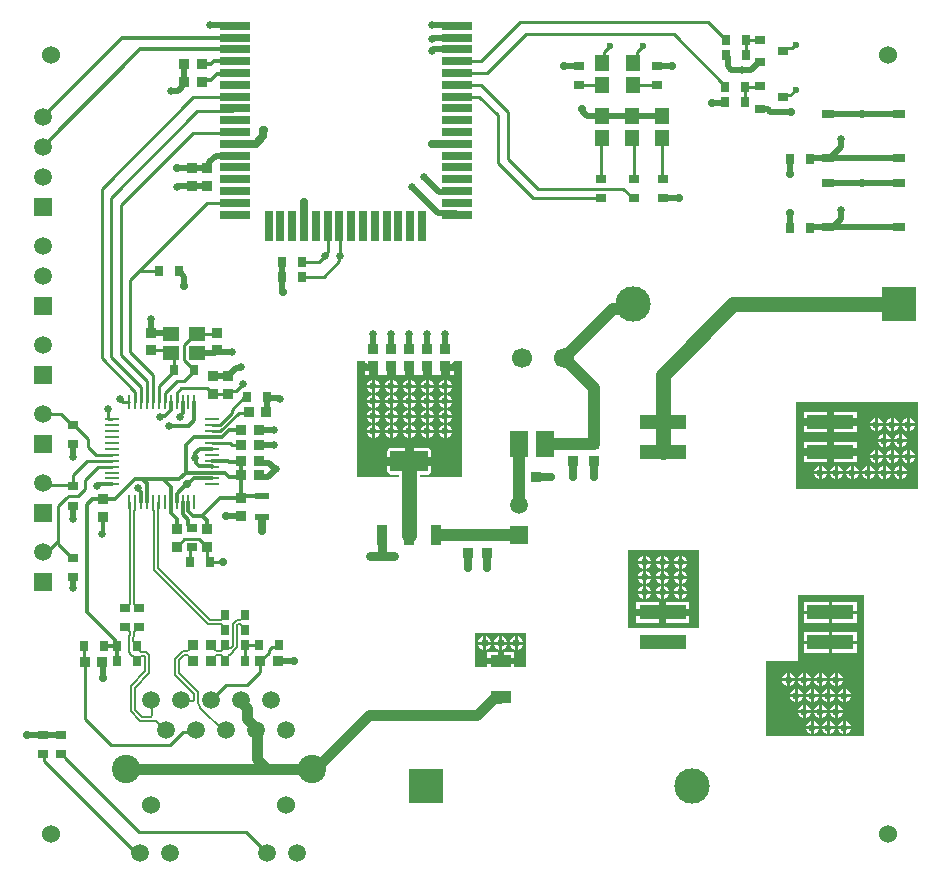
<source format=gtl>
G04*
G04 #@! TF.GenerationSoftware,Altium Limited,Altium Designer,22.7.1 (60)*
G04*
G04 Layer_Physical_Order=1*
G04 Layer_Color=255*
%FSLAX25Y25*%
%MOIN*%
G70*
G04*
G04 #@! TF.SameCoordinates,E9EB7054-F832-478C-845A-F08F9BC20AEA*
G04*
G04*
G04 #@! TF.FilePolarity,Positive*
G04*
G01*
G75*
%ADD15C,0.01000*%
%ADD16R,0.03347X0.02756*%
%ADD17R,0.03740X0.03740*%
%ADD18R,0.02756X0.03347*%
%ADD19R,0.03740X0.03740*%
%ADD20R,0.02953X0.10000*%
%ADD21R,0.10000X0.02953*%
%ADD22R,0.04528X0.05315*%
%ADD23R,0.01000X0.04500*%
%ADD24R,0.04500X0.01000*%
%ADD25R,0.05512X0.04528*%
%ADD26R,0.06122X0.09080*%
G04:AMPARAMS|DCode=27|XSize=125.98mil|YSize=68.9mil|CornerRadius=2.07mil|HoleSize=0mil|Usage=FLASHONLY|Rotation=180.000|XOffset=0mil|YOffset=0mil|HoleType=Round|Shape=RoundedRectangle|*
%AMROUNDEDRECTD27*
21,1,0.12598,0.06476,0,0,180.0*
21,1,0.12185,0.06890,0,0,180.0*
1,1,0.00413,-0.06093,0.03238*
1,1,0.00413,0.06093,0.03238*
1,1,0.00413,0.06093,-0.03238*
1,1,0.00413,-0.06093,-0.03238*
%
%ADD27ROUNDEDRECTD27*%
G04:AMPARAMS|DCode=28|XSize=35.43mil|YSize=68.9mil|CornerRadius=1.95mil|HoleSize=0mil|Usage=FLASHONLY|Rotation=180.000|XOffset=0mil|YOffset=0mil|HoleType=Round|Shape=RoundedRectangle|*
%AMROUNDEDRECTD28*
21,1,0.03543,0.06500,0,0,180.0*
21,1,0.03154,0.06890,0,0,180.0*
1,1,0.00390,-0.01577,0.03250*
1,1,0.00390,0.01577,0.03250*
1,1,0.00390,0.01577,-0.03250*
1,1,0.00390,-0.01577,-0.03250*
%
%ADD28ROUNDEDRECTD28*%
%ADD29R,0.15748X0.04921*%
%ADD30R,0.04921X0.02362*%
%ADD31R,0.03937X0.02953*%
%ADD32R,0.03543X0.03150*%
%ADD33R,0.06890X0.04331*%
%ADD50C,0.11811*%
%ADD51R,0.11811X0.11811*%
%ADD61C,0.00707*%
%ADD62C,0.03750*%
%ADD63C,0.01200*%
%ADD64C,0.02000*%
%ADD65C,0.02500*%
%ADD66C,0.03000*%
%ADD67C,0.05000*%
%ADD68C,0.04000*%
%ADD69C,0.06693*%
%ADD70R,0.05906X0.05906*%
%ADD71C,0.05906*%
%ADD72C,0.06000*%
%ADD73C,0.05906*%
%ADD74C,0.09449*%
%ADD75C,0.02559*%
%ADD76C,0.02756*%
%ADD77C,0.02362*%
G36*
X228572Y232500D02*
X214602D01*
Y233194D01*
X217164D01*
X217635Y233288D01*
X218035Y233555D01*
X218301Y233954D01*
X218395Y234424D01*
Y236163D01*
X211072D01*
X203749D01*
Y234424D01*
X203843Y233954D01*
X204110Y233555D01*
X204509Y233288D01*
X204979Y233194D01*
X207542D01*
Y232500D01*
X193572D01*
Y271194D01*
X196202D01*
Y270726D01*
X196410D01*
X196579Y270473D01*
X196910Y270252D01*
X197300Y270174D01*
X199072D01*
Y269226D01*
X200572D01*
Y266356D01*
X201942D01*
Y266356D01*
X202202D01*
Y266356D01*
X203572D01*
Y269226D01*
X206572D01*
Y266356D01*
X207942D01*
Y266356D01*
X208202D01*
Y266356D01*
X209572D01*
Y269226D01*
X212572D01*
Y266356D01*
X213942D01*
Y266356D01*
X214202D01*
Y266356D01*
X215572D01*
Y269226D01*
X218572D01*
Y266356D01*
X219942D01*
Y266356D01*
X220202D01*
Y266356D01*
X221572D01*
Y269226D01*
X223072D01*
Y270174D01*
X224844D01*
X225234Y270252D01*
X225565Y270473D01*
X225733Y270726D01*
X225942D01*
Y271194D01*
X228572D01*
Y232500D01*
D02*
G37*
G36*
X250000Y169000D02*
X245945D01*
Y170004D01*
X237055D01*
Y169000D01*
X233000D01*
Y180500D01*
X250000D01*
Y169000D01*
D02*
G37*
G36*
X307500Y182000D02*
X284000D01*
Y208000D01*
X307500D01*
Y182000D01*
D02*
G37*
G36*
X362500Y170000D02*
Y146000D01*
X330000D01*
Y171000D01*
X340500D01*
Y193000D01*
X362500D01*
Y170000D01*
D02*
G37*
G36*
X380500Y228500D02*
X340000D01*
Y257500D01*
X380500D01*
Y228500D01*
D02*
G37*
%LPC*%
G36*
X225942Y267726D02*
X224572D01*
Y266356D01*
X225942D01*
Y267726D01*
D02*
G37*
G36*
X197572D02*
X196202D01*
Y266356D01*
X197572D01*
Y267726D01*
D02*
G37*
G36*
X223572Y264816D02*
Y263163D01*
X225226D01*
X224921Y263898D01*
X224307Y264512D01*
X223572Y264816D01*
D02*
G37*
G36*
X222572D02*
X221836Y264512D01*
X221223Y263898D01*
X220918Y263163D01*
X222572D01*
Y264816D01*
D02*
G37*
G36*
X217572D02*
Y263163D01*
X219226D01*
X218921Y263898D01*
X218307Y264512D01*
X217572Y264816D01*
D02*
G37*
G36*
X216572D02*
X215837Y264512D01*
X215223Y263898D01*
X214918Y263163D01*
X216572D01*
Y264816D01*
D02*
G37*
G36*
X211572D02*
Y263163D01*
X213226D01*
X212921Y263898D01*
X212308Y264512D01*
X211572Y264816D01*
D02*
G37*
G36*
X210572D02*
X209837Y264512D01*
X209223Y263898D01*
X208918Y263163D01*
X210572D01*
Y264816D01*
D02*
G37*
G36*
X205572D02*
Y263163D01*
X207226D01*
X206921Y263898D01*
X206308Y264512D01*
X205572Y264816D01*
D02*
G37*
G36*
X204572D02*
X203836Y264512D01*
X203223Y263898D01*
X202918Y263163D01*
X204572D01*
Y264816D01*
D02*
G37*
G36*
X199572D02*
Y263163D01*
X201226D01*
X200921Y263898D01*
X200307Y264512D01*
X199572Y264816D01*
D02*
G37*
G36*
X198572D02*
X197836Y264512D01*
X197223Y263898D01*
X196918Y263163D01*
X198572D01*
Y264816D01*
D02*
G37*
G36*
X225226Y262163D02*
X223572D01*
Y260509D01*
X224307Y260814D01*
X224921Y261427D01*
X225226Y262163D01*
D02*
G37*
G36*
X222572D02*
X220918D01*
X221223Y261427D01*
X221836Y260814D01*
X222572Y260509D01*
Y262163D01*
D02*
G37*
G36*
X219226D02*
X217572D01*
Y260509D01*
X218307Y260814D01*
X218921Y261427D01*
X219226Y262163D01*
D02*
G37*
G36*
X216572D02*
X214918D01*
X215223Y261427D01*
X215837Y260814D01*
X216572Y260509D01*
Y262163D01*
D02*
G37*
G36*
X213226D02*
X211572D01*
Y260509D01*
X212308Y260814D01*
X212921Y261427D01*
X213226Y262163D01*
D02*
G37*
G36*
X210572D02*
X208918D01*
X209223Y261427D01*
X209837Y260814D01*
X210572Y260509D01*
Y262163D01*
D02*
G37*
G36*
X207226D02*
X205572D01*
Y260509D01*
X206308Y260814D01*
X206921Y261427D01*
X207226Y262163D01*
D02*
G37*
G36*
X204572D02*
X202918D01*
X203223Y261427D01*
X203836Y260814D01*
X204572Y260509D01*
Y262163D01*
D02*
G37*
G36*
X201226D02*
X199572D01*
Y260509D01*
X200307Y260814D01*
X200921Y261427D01*
X201226Y262163D01*
D02*
G37*
G36*
X198572D02*
X196918D01*
X197223Y261427D01*
X197836Y260814D01*
X198572Y260509D01*
Y262163D01*
D02*
G37*
G36*
X223572Y259816D02*
Y258163D01*
X225226D01*
X224921Y258898D01*
X224307Y259512D01*
X223572Y259816D01*
D02*
G37*
G36*
X222572D02*
X221836Y259512D01*
X221223Y258898D01*
X220918Y258163D01*
X222572D01*
Y259816D01*
D02*
G37*
G36*
X217572D02*
Y258163D01*
X219226D01*
X218921Y258898D01*
X218307Y259512D01*
X217572Y259816D01*
D02*
G37*
G36*
X216572D02*
X215837Y259512D01*
X215223Y258898D01*
X214918Y258163D01*
X216572D01*
Y259816D01*
D02*
G37*
G36*
X211572D02*
Y258163D01*
X213226D01*
X212921Y258898D01*
X212308Y259512D01*
X211572Y259816D01*
D02*
G37*
G36*
X210572D02*
X209837Y259512D01*
X209223Y258898D01*
X208918Y258163D01*
X210572D01*
Y259816D01*
D02*
G37*
G36*
X205572D02*
Y258163D01*
X207226D01*
X206921Y258898D01*
X206308Y259512D01*
X205572Y259816D01*
D02*
G37*
G36*
X204572D02*
X203836Y259512D01*
X203223Y258898D01*
X202918Y258163D01*
X204572D01*
Y259816D01*
D02*
G37*
G36*
X199572D02*
Y258163D01*
X201226D01*
X200921Y258898D01*
X200307Y259512D01*
X199572Y259816D01*
D02*
G37*
G36*
X198572D02*
X197836Y259512D01*
X197223Y258898D01*
X196918Y258163D01*
X198572D01*
Y259816D01*
D02*
G37*
G36*
X225226Y257163D02*
X223572D01*
Y255509D01*
X224307Y255814D01*
X224921Y256427D01*
X225226Y257163D01*
D02*
G37*
G36*
X222572D02*
X220918D01*
X221223Y256427D01*
X221836Y255814D01*
X222572Y255509D01*
Y257163D01*
D02*
G37*
G36*
X219226D02*
X217572D01*
Y255509D01*
X218307Y255814D01*
X218921Y256427D01*
X219226Y257163D01*
D02*
G37*
G36*
X216572D02*
X214918D01*
X215223Y256427D01*
X215837Y255814D01*
X216572Y255509D01*
Y257163D01*
D02*
G37*
G36*
X213226D02*
X211572D01*
Y255509D01*
X212308Y255814D01*
X212921Y256427D01*
X213226Y257163D01*
D02*
G37*
G36*
X210572D02*
X208918D01*
X209223Y256427D01*
X209837Y255814D01*
X210572Y255509D01*
Y257163D01*
D02*
G37*
G36*
X207226D02*
X205572D01*
Y255509D01*
X206308Y255814D01*
X206921Y256427D01*
X207226Y257163D01*
D02*
G37*
G36*
X204572D02*
X202918D01*
X203223Y256427D01*
X203836Y255814D01*
X204572Y255509D01*
Y257163D01*
D02*
G37*
G36*
X201226D02*
X199572D01*
Y255509D01*
X200307Y255814D01*
X200921Y256427D01*
X201226Y257163D01*
D02*
G37*
G36*
X198572D02*
X196918D01*
X197223Y256427D01*
X197836Y255814D01*
X198572Y255509D01*
Y257163D01*
D02*
G37*
G36*
X223572Y254816D02*
Y253163D01*
X225226D01*
X224921Y253898D01*
X224307Y254512D01*
X223572Y254816D01*
D02*
G37*
G36*
X222572D02*
X221836Y254512D01*
X221223Y253898D01*
X220918Y253163D01*
X222572D01*
Y254816D01*
D02*
G37*
G36*
X217572D02*
Y253163D01*
X219226D01*
X218921Y253898D01*
X218307Y254512D01*
X217572Y254816D01*
D02*
G37*
G36*
X216572D02*
X215837Y254512D01*
X215223Y253898D01*
X214918Y253163D01*
X216572D01*
Y254816D01*
D02*
G37*
G36*
X211572D02*
Y253163D01*
X213226D01*
X212921Y253898D01*
X212308Y254512D01*
X211572Y254816D01*
D02*
G37*
G36*
X210572D02*
X209837Y254512D01*
X209223Y253898D01*
X208918Y253163D01*
X210572D01*
Y254816D01*
D02*
G37*
G36*
X205572D02*
Y253163D01*
X207226D01*
X206921Y253898D01*
X206308Y254512D01*
X205572Y254816D01*
D02*
G37*
G36*
X204572D02*
X203836Y254512D01*
X203223Y253898D01*
X202918Y253163D01*
X204572D01*
Y254816D01*
D02*
G37*
G36*
X199572D02*
Y253163D01*
X201226D01*
X200921Y253898D01*
X200307Y254512D01*
X199572Y254816D01*
D02*
G37*
G36*
X198572D02*
X197836Y254512D01*
X197223Y253898D01*
X196918Y253163D01*
X198572D01*
Y254816D01*
D02*
G37*
G36*
X225226Y252163D02*
X223572D01*
Y250509D01*
X224307Y250814D01*
X224921Y251427D01*
X225226Y252163D01*
D02*
G37*
G36*
X222572D02*
X220918D01*
X221223Y251427D01*
X221836Y250814D01*
X222572Y250509D01*
Y252163D01*
D02*
G37*
G36*
X219226D02*
X217572D01*
Y250509D01*
X218307Y250814D01*
X218921Y251427D01*
X219226Y252163D01*
D02*
G37*
G36*
X216572D02*
X214918D01*
X215223Y251427D01*
X215837Y250814D01*
X216572Y250509D01*
Y252163D01*
D02*
G37*
G36*
X213226D02*
X211572D01*
Y250509D01*
X212308Y250814D01*
X212921Y251427D01*
X213226Y252163D01*
D02*
G37*
G36*
X210572D02*
X208918D01*
X209223Y251427D01*
X209837Y250814D01*
X210572Y250509D01*
Y252163D01*
D02*
G37*
G36*
X207226D02*
X205572D01*
Y250509D01*
X206308Y250814D01*
X206921Y251427D01*
X207226Y252163D01*
D02*
G37*
G36*
X204572D02*
X202918D01*
X203223Y251427D01*
X203836Y250814D01*
X204572Y250509D01*
Y252163D01*
D02*
G37*
G36*
X201226D02*
X199572D01*
Y250509D01*
X200307Y250814D01*
X200921Y251427D01*
X201226Y252163D01*
D02*
G37*
G36*
X198572D02*
X196918D01*
X197223Y251427D01*
X197836Y250814D01*
X198572Y250509D01*
Y252163D01*
D02*
G37*
G36*
X223572Y249816D02*
Y248163D01*
X225226D01*
X224921Y248898D01*
X224307Y249512D01*
X223572Y249816D01*
D02*
G37*
G36*
X222572D02*
X221836Y249512D01*
X221223Y248898D01*
X220918Y248163D01*
X222572D01*
Y249816D01*
D02*
G37*
G36*
X217572D02*
Y248163D01*
X219226D01*
X218921Y248898D01*
X218307Y249512D01*
X217572Y249816D01*
D02*
G37*
G36*
X216572D02*
X215837Y249512D01*
X215223Y248898D01*
X214918Y248163D01*
X216572D01*
Y249816D01*
D02*
G37*
G36*
X211572D02*
Y248163D01*
X213226D01*
X212921Y248898D01*
X212308Y249512D01*
X211572Y249816D01*
D02*
G37*
G36*
X210572D02*
X209837Y249512D01*
X209223Y248898D01*
X208918Y248163D01*
X210572D01*
Y249816D01*
D02*
G37*
G36*
X205572D02*
Y248163D01*
X207226D01*
X206921Y248898D01*
X206308Y249512D01*
X205572Y249816D01*
D02*
G37*
G36*
X204572D02*
X203836Y249512D01*
X203223Y248898D01*
X202918Y248163D01*
X204572D01*
Y249816D01*
D02*
G37*
G36*
X199572D02*
Y248163D01*
X201226D01*
X200921Y248898D01*
X200307Y249512D01*
X199572Y249816D01*
D02*
G37*
G36*
X198572D02*
X197836Y249512D01*
X197223Y248898D01*
X196918Y248163D01*
X198572D01*
Y249816D01*
D02*
G37*
G36*
X225226Y247163D02*
X223572D01*
Y245509D01*
X224307Y245814D01*
X224921Y246427D01*
X225226Y247163D01*
D02*
G37*
G36*
X222572D02*
X220918D01*
X221223Y246427D01*
X221836Y245814D01*
X222572Y245509D01*
Y247163D01*
D02*
G37*
G36*
X219226D02*
X217572D01*
Y245509D01*
X218307Y245814D01*
X218921Y246427D01*
X219226Y247163D01*
D02*
G37*
G36*
X216572D02*
X214918D01*
X215223Y246427D01*
X215837Y245814D01*
X216572Y245509D01*
Y247163D01*
D02*
G37*
G36*
X213226D02*
X211572D01*
Y245509D01*
X212308Y245814D01*
X212921Y246427D01*
X213226Y247163D01*
D02*
G37*
G36*
X210572D02*
X208918D01*
X209223Y246427D01*
X209837Y245814D01*
X210572Y245509D01*
Y247163D01*
D02*
G37*
G36*
X207226D02*
X205572D01*
Y245509D01*
X206308Y245814D01*
X206921Y246427D01*
X207226Y247163D01*
D02*
G37*
G36*
X204572D02*
X202918D01*
X203223Y246427D01*
X203836Y245814D01*
X204572Y245509D01*
Y247163D01*
D02*
G37*
G36*
X201226D02*
X199572D01*
Y245509D01*
X200307Y245814D01*
X200921Y246427D01*
X201226Y247163D01*
D02*
G37*
G36*
X198572D02*
X196918D01*
X197223Y246427D01*
X197836Y245814D01*
X198572Y245509D01*
Y247163D01*
D02*
G37*
G36*
X217164Y242131D02*
X212572D01*
Y239163D01*
X218395D01*
Y240901D01*
X218301Y241372D01*
X218035Y241771D01*
X217635Y242038D01*
X217164Y242131D01*
D02*
G37*
G36*
X209572D02*
X204979D01*
X204509Y242038D01*
X204110Y241771D01*
X203843Y241372D01*
X203749Y240901D01*
Y239163D01*
X209572D01*
Y242131D01*
D02*
G37*
G36*
X247300Y179260D02*
Y177500D01*
X249060D01*
X248732Y178291D01*
X248091Y178932D01*
X247300Y179260D01*
D02*
G37*
G36*
X246300D02*
X245509Y178932D01*
X244867Y178291D01*
X244540Y177500D01*
X246300D01*
Y179260D01*
D02*
G37*
G36*
X242000D02*
Y177500D01*
X243760D01*
X243432Y178291D01*
X242791Y178932D01*
X242000Y179260D01*
D02*
G37*
G36*
X241000D02*
X240209Y178932D01*
X239567Y178291D01*
X239240Y177500D01*
X241000D01*
Y179260D01*
D02*
G37*
G36*
X236700D02*
Y177500D01*
X238460D01*
X238133Y178291D01*
X237491Y178932D01*
X236700Y179260D01*
D02*
G37*
G36*
X235700D02*
X234909Y178932D01*
X234267Y178291D01*
X233940Y177500D01*
X235700D01*
Y179260D01*
D02*
G37*
G36*
X249060Y176500D02*
X247300D01*
Y174740D01*
X248091Y175067D01*
X248732Y175709D01*
X249060Y176500D01*
D02*
G37*
G36*
X246300D02*
X244540D01*
X244867Y175709D01*
X245509Y175067D01*
X246300Y174740D01*
Y176500D01*
D02*
G37*
G36*
X243760D02*
X242000D01*
Y174740D01*
X242791Y175067D01*
X243432Y175709D01*
X243760Y176500D01*
D02*
G37*
G36*
X241000D02*
X239240D01*
X239567Y175709D01*
X240209Y175067D01*
X241000Y174740D01*
Y176500D01*
D02*
G37*
G36*
X238460D02*
X236700D01*
Y174740D01*
X237491Y175067D01*
X238133Y175709D01*
X238460Y176500D01*
D02*
G37*
G36*
X235700D02*
X233940D01*
X234267Y175709D01*
X234909Y175067D01*
X235700Y174740D01*
Y176500D01*
D02*
G37*
G36*
X245945Y174169D02*
X242500D01*
Y172004D01*
X245945D01*
Y174169D01*
D02*
G37*
G36*
X240500D02*
X237055D01*
Y172004D01*
X240500D01*
Y174169D01*
D02*
G37*
G36*
X302000Y206154D02*
Y204500D01*
X303654D01*
X303349Y205236D01*
X302735Y205849D01*
X302000Y206154D01*
D02*
G37*
G36*
X301000D02*
X300265Y205849D01*
X299651Y205236D01*
X299346Y204500D01*
X301000D01*
Y206154D01*
D02*
G37*
G36*
X296000D02*
Y204500D01*
X297654D01*
X297349Y205236D01*
X296736Y205849D01*
X296000Y206154D01*
D02*
G37*
G36*
X295000D02*
X294265Y205849D01*
X293651Y205236D01*
X293346Y204500D01*
X295000D01*
Y206154D01*
D02*
G37*
G36*
X290000D02*
Y204500D01*
X291654D01*
X291349Y205236D01*
X290736Y205849D01*
X290000Y206154D01*
D02*
G37*
G36*
X289000D02*
X288264Y205849D01*
X287651Y205236D01*
X287346Y204500D01*
X289000D01*
Y206154D01*
D02*
G37*
G36*
X303654Y203500D02*
X302000D01*
Y201846D01*
X302735Y202151D01*
X303349Y202765D01*
X303654Y203500D01*
D02*
G37*
G36*
X301000D02*
X299346D01*
X299651Y202765D01*
X300265Y202151D01*
X301000Y201846D01*
Y203500D01*
D02*
G37*
G36*
X297654D02*
X296000D01*
Y201846D01*
X296736Y202151D01*
X297349Y202765D01*
X297654Y203500D01*
D02*
G37*
G36*
X295000D02*
X293346D01*
X293651Y202765D01*
X294265Y202151D01*
X295000Y201846D01*
Y203500D01*
D02*
G37*
G36*
X291654D02*
X290000D01*
Y201846D01*
X290736Y202151D01*
X291349Y202765D01*
X291654Y203500D01*
D02*
G37*
G36*
X289000D02*
X287346D01*
X287651Y202765D01*
X288264Y202151D01*
X289000Y201846D01*
Y203500D01*
D02*
G37*
G36*
X302000Y201154D02*
Y199500D01*
X303654D01*
X303349Y200236D01*
X302735Y200849D01*
X302000Y201154D01*
D02*
G37*
G36*
X301000D02*
X300265Y200849D01*
X299651Y200236D01*
X299346Y199500D01*
X301000D01*
Y201154D01*
D02*
G37*
G36*
X296000D02*
Y199500D01*
X297654D01*
X297349Y200236D01*
X296736Y200849D01*
X296000Y201154D01*
D02*
G37*
G36*
X295000D02*
X294265Y200849D01*
X293651Y200236D01*
X293346Y199500D01*
X295000D01*
Y201154D01*
D02*
G37*
G36*
X290000D02*
Y199500D01*
X291654D01*
X291349Y200236D01*
X290736Y200849D01*
X290000Y201154D01*
D02*
G37*
G36*
X289000D02*
X288264Y200849D01*
X287651Y200236D01*
X287346Y199500D01*
X289000D01*
Y201154D01*
D02*
G37*
G36*
X303654Y198500D02*
X302000D01*
Y196846D01*
X302735Y197151D01*
X303349Y197765D01*
X303654Y198500D01*
D02*
G37*
G36*
X301000D02*
X299346D01*
X299651Y197765D01*
X300265Y197151D01*
X301000Y196846D01*
Y198500D01*
D02*
G37*
G36*
X297654D02*
X296000D01*
Y196846D01*
X296736Y197151D01*
X297349Y197765D01*
X297654Y198500D01*
D02*
G37*
G36*
X295000D02*
X293346D01*
X293651Y197765D01*
X294265Y197151D01*
X295000Y196846D01*
Y198500D01*
D02*
G37*
G36*
X291654D02*
X290000D01*
Y196846D01*
X290736Y197151D01*
X291349Y197765D01*
X291654Y198500D01*
D02*
G37*
G36*
X289000D02*
X287346D01*
X287651Y197765D01*
X288264Y197151D01*
X289000Y196846D01*
Y198500D01*
D02*
G37*
G36*
X302000Y196154D02*
Y194500D01*
X303654D01*
X303349Y195236D01*
X302735Y195849D01*
X302000Y196154D01*
D02*
G37*
G36*
X301000D02*
X300265Y195849D01*
X299651Y195236D01*
X299346Y194500D01*
X301000D01*
Y196154D01*
D02*
G37*
G36*
X296000D02*
Y194500D01*
X297654D01*
X297349Y195236D01*
X296736Y195849D01*
X296000Y196154D01*
D02*
G37*
G36*
X295000D02*
X294265Y195849D01*
X293651Y195236D01*
X293346Y194500D01*
X295000D01*
Y196154D01*
D02*
G37*
G36*
X290000D02*
Y194500D01*
X291654D01*
X291349Y195236D01*
X290736Y195849D01*
X290000Y196154D01*
D02*
G37*
G36*
X289000D02*
X288264Y195849D01*
X287651Y195236D01*
X287346Y194500D01*
X289000D01*
Y196154D01*
D02*
G37*
G36*
X303654Y193500D02*
X302000D01*
Y191846D01*
X302735Y192151D01*
X303349Y192764D01*
X303654Y193500D01*
D02*
G37*
G36*
X301000D02*
X299346D01*
X299651Y192764D01*
X300265Y192151D01*
X301000Y191846D01*
Y193500D01*
D02*
G37*
G36*
X297654D02*
X296000D01*
Y191846D01*
X296736Y192151D01*
X297349Y192764D01*
X297654Y193500D01*
D02*
G37*
G36*
X295000D02*
X293346D01*
X293651Y192764D01*
X294265Y192151D01*
X295000Y191846D01*
Y193500D01*
D02*
G37*
G36*
X291654D02*
X290000D01*
Y191846D01*
X290736Y192151D01*
X291349Y192764D01*
X291654Y193500D01*
D02*
G37*
G36*
X289000D02*
X287346D01*
X287651Y192764D01*
X288264Y192151D01*
X289000Y191846D01*
Y193500D01*
D02*
G37*
G36*
X304421Y190728D02*
X296797D01*
Y188518D01*
X304421D01*
Y190728D01*
D02*
G37*
G36*
X294297D02*
X286673D01*
Y188518D01*
X294297D01*
Y190728D01*
D02*
G37*
G36*
X304421Y186018D02*
X296797D01*
Y183808D01*
X304421D01*
Y186018D01*
D02*
G37*
G36*
X294297D02*
X286673D01*
Y183808D01*
X294297D01*
Y186018D01*
D02*
G37*
G36*
X360327Y190728D02*
X351953D01*
Y187768D01*
X360327D01*
Y190728D01*
D02*
G37*
G36*
X350953D02*
X342579D01*
Y187768D01*
X350953D01*
Y190728D01*
D02*
G37*
G36*
X360327Y186768D02*
X351953D01*
Y183808D01*
X360327D01*
Y186768D01*
D02*
G37*
G36*
X350953D02*
X342579D01*
Y183808D01*
X350953D01*
Y186768D01*
D02*
G37*
G36*
X360327Y180728D02*
X351953D01*
Y177768D01*
X360327D01*
Y180728D01*
D02*
G37*
G36*
X350953D02*
X342579D01*
Y177768D01*
X350953D01*
Y180728D01*
D02*
G37*
G36*
X360327Y176768D02*
X351953D01*
Y173808D01*
X360327D01*
Y176768D01*
D02*
G37*
G36*
X350953D02*
X342579D01*
Y173808D01*
X350953D01*
Y176768D01*
D02*
G37*
G36*
X353945Y166918D02*
Y165264D01*
X355598D01*
X355294Y165999D01*
X354680Y166613D01*
X353945Y166918D01*
D02*
G37*
G36*
X352945D02*
X352209Y166613D01*
X351596Y165999D01*
X351291Y165264D01*
X352945D01*
Y166918D01*
D02*
G37*
G36*
X348630D02*
Y165264D01*
X350284D01*
X349979Y165999D01*
X349365Y166613D01*
X348630Y166918D01*
D02*
G37*
G36*
X347630D02*
X346894Y166613D01*
X346281Y165999D01*
X345976Y165264D01*
X347630D01*
Y166918D01*
D02*
G37*
G36*
X343315D02*
Y165264D01*
X344969D01*
X344664Y165999D01*
X344050Y166613D01*
X343315Y166918D01*
D02*
G37*
G36*
X342315D02*
X341579Y166613D01*
X340966Y165999D01*
X340661Y165264D01*
X342315D01*
Y166918D01*
D02*
G37*
G36*
X338000D02*
Y165264D01*
X339654D01*
X339349Y165999D01*
X338735Y166613D01*
X338000Y166918D01*
D02*
G37*
G36*
X337000D02*
X336264Y166613D01*
X335651Y165999D01*
X335346Y165264D01*
X337000D01*
Y166918D01*
D02*
G37*
G36*
X355598Y164264D02*
X353945D01*
Y162610D01*
X354680Y162915D01*
X355294Y163528D01*
X355598Y164264D01*
D02*
G37*
G36*
X352945D02*
X351291D01*
X351596Y163528D01*
X352209Y162915D01*
X352945Y162610D01*
Y164264D01*
D02*
G37*
G36*
X350284D02*
X348630D01*
Y162610D01*
X349365Y162915D01*
X349979Y163528D01*
X350284Y164264D01*
D02*
G37*
G36*
X347630D02*
X345976D01*
X346281Y163528D01*
X346894Y162915D01*
X347630Y162610D01*
Y164264D01*
D02*
G37*
G36*
X344969D02*
X343315D01*
Y162610D01*
X344050Y162915D01*
X344664Y163528D01*
X344969Y164264D01*
D02*
G37*
G36*
X342315D02*
X340661D01*
X340966Y163528D01*
X341579Y162915D01*
X342315Y162610D01*
Y164264D01*
D02*
G37*
G36*
X339654D02*
X338000D01*
Y162610D01*
X338735Y162915D01*
X339349Y163528D01*
X339654Y164264D01*
D02*
G37*
G36*
X337000D02*
X335346D01*
X335651Y163528D01*
X336264Y162915D01*
X337000Y162610D01*
Y164264D01*
D02*
G37*
G36*
X356602Y161602D02*
Y159949D01*
X358256D01*
X357951Y160684D01*
X357338Y161298D01*
X356602Y161602D01*
D02*
G37*
G36*
X355602D02*
X354867Y161298D01*
X354253Y160684D01*
X353949Y159949D01*
X355602D01*
Y161602D01*
D02*
G37*
G36*
X351287D02*
Y159949D01*
X352941D01*
X352636Y160684D01*
X352023Y161298D01*
X351287Y161602D01*
D02*
G37*
G36*
X350287D02*
X349552Y161298D01*
X348938Y160684D01*
X348634Y159949D01*
X350287D01*
Y161602D01*
D02*
G37*
G36*
X345972D02*
Y159949D01*
X347626D01*
X347322Y160684D01*
X346708Y161298D01*
X345972Y161602D01*
D02*
G37*
G36*
X344972D02*
X344237Y161298D01*
X343623Y160684D01*
X343319Y159949D01*
X344972D01*
Y161602D01*
D02*
G37*
G36*
X340657D02*
Y159949D01*
X342311D01*
X342006Y160684D01*
X341393Y161298D01*
X340657Y161602D01*
D02*
G37*
G36*
X339657D02*
X338922Y161298D01*
X338308Y160684D01*
X338004Y159949D01*
X339657D01*
Y161602D01*
D02*
G37*
G36*
X358256Y158949D02*
X356602D01*
Y157295D01*
X357338Y157600D01*
X357951Y158213D01*
X358256Y158949D01*
D02*
G37*
G36*
X355602D02*
X353949D01*
X354253Y158213D01*
X354867Y157600D01*
X355602Y157295D01*
Y158949D01*
D02*
G37*
G36*
X352941D02*
X351287D01*
Y157295D01*
X352023Y157600D01*
X352636Y158213D01*
X352941Y158949D01*
D02*
G37*
G36*
X350287D02*
X348634D01*
X348938Y158213D01*
X349552Y157600D01*
X350287Y157295D01*
Y158949D01*
D02*
G37*
G36*
X347626D02*
X345972D01*
Y157295D01*
X346708Y157600D01*
X347322Y158213D01*
X347626Y158949D01*
D02*
G37*
G36*
X344972D02*
X343319D01*
X343623Y158213D01*
X344237Y157600D01*
X344972Y157295D01*
Y158949D01*
D02*
G37*
G36*
X342311D02*
X340657D01*
Y157295D01*
X341393Y157600D01*
X342006Y158213D01*
X342311Y158949D01*
D02*
G37*
G36*
X339657D02*
X338004D01*
X338308Y158213D01*
X338922Y157600D01*
X339657Y157295D01*
Y158949D01*
D02*
G37*
G36*
X353945Y156288D02*
Y154634D01*
X355598D01*
X355294Y155369D01*
X354680Y155983D01*
X353945Y156288D01*
D02*
G37*
G36*
X352945D02*
X352209Y155983D01*
X351596Y155369D01*
X351291Y154634D01*
X352945D01*
Y156288D01*
D02*
G37*
G36*
X348630D02*
Y154634D01*
X350284D01*
X349979Y155369D01*
X349365Y155983D01*
X348630Y156288D01*
D02*
G37*
G36*
X347630D02*
X346894Y155983D01*
X346281Y155369D01*
X345976Y154634D01*
X347630D01*
Y156288D01*
D02*
G37*
G36*
X343315D02*
Y154634D01*
X344969D01*
X344664Y155369D01*
X344050Y155983D01*
X343315Y156288D01*
D02*
G37*
G36*
X342315D02*
X341579Y155983D01*
X340966Y155369D01*
X340661Y154634D01*
X342315D01*
Y156288D01*
D02*
G37*
G36*
X355598Y153634D02*
X353945D01*
Y151980D01*
X354680Y152285D01*
X355294Y152898D01*
X355598Y153634D01*
D02*
G37*
G36*
X352945D02*
X351291D01*
X351596Y152898D01*
X352209Y152285D01*
X352945Y151980D01*
Y153634D01*
D02*
G37*
G36*
X350284D02*
X348630D01*
Y151980D01*
X349365Y152285D01*
X349979Y152898D01*
X350284Y153634D01*
D02*
G37*
G36*
X347630D02*
X345976D01*
X346281Y152898D01*
X346894Y152285D01*
X347630Y151980D01*
Y153634D01*
D02*
G37*
G36*
X344969D02*
X343315D01*
Y151980D01*
X344050Y152285D01*
X344664Y152898D01*
X344969Y153634D01*
D02*
G37*
G36*
X342315D02*
X340661D01*
X340966Y152898D01*
X341579Y152285D01*
X342315Y151980D01*
Y153634D01*
D02*
G37*
G36*
X356602Y150973D02*
Y149319D01*
X358256D01*
X357951Y150054D01*
X357338Y150668D01*
X356602Y150973D01*
D02*
G37*
G36*
X355602D02*
X354867Y150668D01*
X354253Y150054D01*
X353949Y149319D01*
X355602D01*
Y150973D01*
D02*
G37*
G36*
X351287D02*
Y149319D01*
X352941D01*
X352636Y150054D01*
X352023Y150668D01*
X351287Y150973D01*
D02*
G37*
G36*
X350287D02*
X349552Y150668D01*
X348938Y150054D01*
X348634Y149319D01*
X350287D01*
Y150973D01*
D02*
G37*
G36*
X345972D02*
Y149319D01*
X347626D01*
X347322Y150054D01*
X346708Y150668D01*
X345972Y150973D01*
D02*
G37*
G36*
X344972D02*
X344237Y150668D01*
X343623Y150054D01*
X343319Y149319D01*
X344972D01*
Y150973D01*
D02*
G37*
G36*
X358256Y148319D02*
X356602D01*
Y146665D01*
X357338Y146970D01*
X357951Y147583D01*
X358256Y148319D01*
D02*
G37*
G36*
X355602D02*
X353949D01*
X354253Y147583D01*
X354867Y146970D01*
X355602Y146665D01*
Y148319D01*
D02*
G37*
G36*
X352941D02*
X351287D01*
Y146665D01*
X352023Y146970D01*
X352636Y147583D01*
X352941Y148319D01*
D02*
G37*
G36*
X350287D02*
X348634D01*
X348938Y147583D01*
X349552Y146970D01*
X350287Y146665D01*
Y148319D01*
D02*
G37*
G36*
X347626D02*
X345972D01*
Y146665D01*
X346708Y146970D01*
X347322Y147583D01*
X347626Y148319D01*
D02*
G37*
G36*
X344972D02*
X343319D01*
X343623Y147583D01*
X344237Y146970D01*
X344972Y146665D01*
Y148319D01*
D02*
G37*
G36*
X360327Y254192D02*
X352703D01*
Y251982D01*
X360327D01*
Y254192D01*
D02*
G37*
G36*
X350203D02*
X342579D01*
Y251982D01*
X350203D01*
Y254192D01*
D02*
G37*
G36*
X377862Y251957D02*
Y250303D01*
X379516D01*
X379211Y251039D01*
X378598Y251652D01*
X377862Y251957D01*
D02*
G37*
G36*
X376862D02*
X376127Y251652D01*
X375513Y251039D01*
X375208Y250303D01*
X376862D01*
Y251957D01*
D02*
G37*
G36*
X372547D02*
Y250303D01*
X374201D01*
X373896Y251039D01*
X373283Y251652D01*
X372547Y251957D01*
D02*
G37*
G36*
X371547D02*
X370812Y251652D01*
X370198Y251039D01*
X369894Y250303D01*
X371547D01*
Y251957D01*
D02*
G37*
G36*
X367232D02*
Y250303D01*
X368886D01*
X368581Y251039D01*
X367968Y251652D01*
X367232Y251957D01*
D02*
G37*
G36*
X366232D02*
X365497Y251652D01*
X364883Y251039D01*
X364579Y250303D01*
X366232D01*
Y251957D01*
D02*
G37*
G36*
X379516Y249303D02*
X377862D01*
Y247649D01*
X378598Y247954D01*
X379211Y248568D01*
X379516Y249303D01*
D02*
G37*
G36*
X376862D02*
X375208D01*
X375513Y248568D01*
X376127Y247954D01*
X376862Y247649D01*
Y249303D01*
D02*
G37*
G36*
X374201D02*
X372547D01*
Y247649D01*
X373283Y247954D01*
X373896Y248568D01*
X374201Y249303D01*
D02*
G37*
G36*
X371547D02*
X369894D01*
X370198Y248568D01*
X370812Y247954D01*
X371547Y247649D01*
Y249303D01*
D02*
G37*
G36*
X368886D02*
X367232D01*
Y247649D01*
X367968Y247954D01*
X368581Y248568D01*
X368886Y249303D01*
D02*
G37*
G36*
X366232D02*
X364579D01*
X364883Y248568D01*
X365497Y247954D01*
X366232Y247649D01*
Y249303D01*
D02*
G37*
G36*
X360327Y249482D02*
X352703D01*
Y247271D01*
X360327D01*
Y249482D01*
D02*
G37*
G36*
X350203D02*
X342579D01*
Y247271D01*
X350203D01*
Y249482D01*
D02*
G37*
G36*
X375205Y246642D02*
Y244988D01*
X376858D01*
X376554Y245724D01*
X375940Y246337D01*
X375205Y246642D01*
D02*
G37*
G36*
X374205D02*
X373469Y246337D01*
X372856Y245724D01*
X372551Y244988D01*
X374205D01*
Y246642D01*
D02*
G37*
G36*
X369890D02*
Y244988D01*
X371543D01*
X371239Y245724D01*
X370625Y246337D01*
X369890Y246642D01*
D02*
G37*
G36*
X368890D02*
X368154Y246337D01*
X367541Y245724D01*
X367236Y244988D01*
X368890D01*
Y246642D01*
D02*
G37*
G36*
X376858Y243988D02*
X375205D01*
Y242335D01*
X375940Y242639D01*
X376554Y243253D01*
X376858Y243988D01*
D02*
G37*
G36*
X374205D02*
X372551D01*
X372856Y243253D01*
X373469Y242639D01*
X374205Y242335D01*
Y243988D01*
D02*
G37*
G36*
X371543D02*
X369890D01*
Y242335D01*
X370625Y242639D01*
X371239Y243253D01*
X371543Y243988D01*
D02*
G37*
G36*
X368890D02*
X367236D01*
X367541Y243253D01*
X368154Y242639D01*
X368890Y242335D01*
Y243988D01*
D02*
G37*
G36*
X360327Y244193D02*
X352703D01*
Y241982D01*
X360327D01*
Y244193D01*
D02*
G37*
G36*
X350203D02*
X342579D01*
Y241982D01*
X350203D01*
Y244193D01*
D02*
G37*
G36*
X377862Y241327D02*
Y239673D01*
X379516D01*
X379211Y240409D01*
X378598Y241022D01*
X377862Y241327D01*
D02*
G37*
G36*
X376862D02*
X376127Y241022D01*
X375513Y240409D01*
X375208Y239673D01*
X376862D01*
Y241327D01*
D02*
G37*
G36*
X372547D02*
Y239673D01*
X374201D01*
X373896Y240409D01*
X373283Y241022D01*
X372547Y241327D01*
D02*
G37*
G36*
X371547D02*
X370812Y241022D01*
X370198Y240409D01*
X369894Y239673D01*
X371547D01*
Y241327D01*
D02*
G37*
G36*
X367232D02*
Y239673D01*
X368886D01*
X368581Y240409D01*
X367968Y241022D01*
X367232Y241327D01*
D02*
G37*
G36*
X366232D02*
X365497Y241022D01*
X364883Y240409D01*
X364579Y239673D01*
X366232D01*
Y241327D01*
D02*
G37*
G36*
X360327Y239482D02*
X352703D01*
Y237271D01*
X360327D01*
Y239482D01*
D02*
G37*
G36*
X350203D02*
X342579D01*
Y237271D01*
X350203D01*
Y239482D01*
D02*
G37*
G36*
X379516Y238673D02*
X377862D01*
Y237019D01*
X378598Y237324D01*
X379211Y237938D01*
X379516Y238673D01*
D02*
G37*
G36*
X376862D02*
X375208D01*
X375513Y237938D01*
X376127Y237324D01*
X376862Y237019D01*
Y238673D01*
D02*
G37*
G36*
X374201D02*
X372547D01*
Y237019D01*
X373283Y237324D01*
X373896Y237938D01*
X374201Y238673D01*
D02*
G37*
G36*
X371547D02*
X369894D01*
X370198Y237938D01*
X370812Y237324D01*
X371547Y237019D01*
Y238673D01*
D02*
G37*
G36*
X368886D02*
X367232D01*
Y237019D01*
X367968Y237324D01*
X368581Y237938D01*
X368886Y238673D01*
D02*
G37*
G36*
X366232D02*
X364579D01*
X364883Y237938D01*
X365497Y237324D01*
X366232Y237019D01*
Y238673D01*
D02*
G37*
G36*
X375205Y236012D02*
Y234358D01*
X376858D01*
X376554Y235094D01*
X375940Y235707D01*
X375205Y236012D01*
D02*
G37*
G36*
X374205D02*
X373469Y235707D01*
X372856Y235094D01*
X372551Y234358D01*
X374205D01*
Y236012D01*
D02*
G37*
G36*
X369890D02*
Y234358D01*
X371543D01*
X371239Y235094D01*
X370625Y235707D01*
X369890Y236012D01*
D02*
G37*
G36*
X368890D02*
X368154Y235707D01*
X367541Y235094D01*
X367236Y234358D01*
X368890D01*
Y236012D01*
D02*
G37*
G36*
X364575D02*
Y234358D01*
X366229D01*
X365924Y235094D01*
X365310Y235707D01*
X364575Y236012D01*
D02*
G37*
G36*
X363575D02*
X362839Y235707D01*
X362226Y235094D01*
X361921Y234358D01*
X363575D01*
Y236012D01*
D02*
G37*
G36*
X359260D02*
Y234358D01*
X360913D01*
X360609Y235094D01*
X359995Y235707D01*
X359260Y236012D01*
D02*
G37*
G36*
X358260D02*
X357524Y235707D01*
X356911Y235094D01*
X356606Y234358D01*
X358260D01*
Y236012D01*
D02*
G37*
G36*
X353945D02*
Y234358D01*
X355598D01*
X355294Y235094D01*
X354680Y235707D01*
X353945Y236012D01*
D02*
G37*
G36*
X352945D02*
X352209Y235707D01*
X351596Y235094D01*
X351291Y234358D01*
X352945D01*
Y236012D01*
D02*
G37*
G36*
X348630D02*
Y234358D01*
X350284D01*
X349979Y235094D01*
X349365Y235707D01*
X348630Y236012D01*
D02*
G37*
G36*
X347630D02*
X346894Y235707D01*
X346281Y235094D01*
X345976Y234358D01*
X347630D01*
Y236012D01*
D02*
G37*
G36*
X376858Y233358D02*
X375205D01*
Y231704D01*
X375940Y232009D01*
X376554Y232623D01*
X376858Y233358D01*
D02*
G37*
G36*
X374205D02*
X372551D01*
X372856Y232623D01*
X373469Y232009D01*
X374205Y231704D01*
Y233358D01*
D02*
G37*
G36*
X371543D02*
X369890D01*
Y231704D01*
X370625Y232009D01*
X371239Y232623D01*
X371543Y233358D01*
D02*
G37*
G36*
X368890D02*
X367236D01*
X367541Y232623D01*
X368154Y232009D01*
X368890Y231704D01*
Y233358D01*
D02*
G37*
G36*
X366229D02*
X364575D01*
Y231704D01*
X365310Y232009D01*
X365924Y232623D01*
X366229Y233358D01*
D02*
G37*
G36*
X363575D02*
X361921D01*
X362226Y232623D01*
X362839Y232009D01*
X363575Y231704D01*
Y233358D01*
D02*
G37*
G36*
X360913D02*
X359260D01*
Y231704D01*
X359995Y232009D01*
X360609Y232623D01*
X360913Y233358D01*
D02*
G37*
G36*
X358260D02*
X356606D01*
X356911Y232623D01*
X357524Y232009D01*
X358260Y231704D01*
Y233358D01*
D02*
G37*
G36*
X355598D02*
X353945D01*
Y231704D01*
X354680Y232009D01*
X355294Y232623D01*
X355598Y233358D01*
D02*
G37*
G36*
X352945D02*
X351291D01*
X351596Y232623D01*
X352209Y232009D01*
X352945Y231704D01*
Y233358D01*
D02*
G37*
G36*
X350284D02*
X348630D01*
Y231704D01*
X349365Y232009D01*
X349979Y232623D01*
X350284Y233358D01*
D02*
G37*
G36*
X347630D02*
X345976D01*
X346281Y232623D01*
X346894Y232009D01*
X347630Y231704D01*
Y233358D01*
D02*
G37*
%LPD*%
D15*
X118629Y108458D02*
X120070Y107016D01*
X118542Y108458D02*
X118629D01*
X89312Y137688D02*
X118542Y108458D01*
X89075Y139980D02*
X89312Y139743D01*
X120070Y107016D02*
X121398D01*
X89312Y137688D02*
Y139743D01*
X96173Y138807D02*
Y139102D01*
X120980Y114000D02*
X156618D01*
X96173Y138807D02*
X120980Y114000D01*
X95000Y139980D02*
X95295D01*
X96173Y139102D01*
X156618Y114000D02*
X163602Y107016D01*
X94000Y210150D02*
X98630Y205520D01*
X94000Y210150D02*
Y211173D01*
X98630Y205520D02*
X98925D01*
X90327Y207500D02*
X94000Y211173D01*
Y222624D01*
X89000Y207500D02*
X90327D01*
X94000Y222624D02*
X96794Y225417D01*
X96842D01*
X97425Y226000D01*
X100624D01*
X103000Y228376D01*
Y231500D01*
X107347Y235847D01*
X111878D01*
X103815Y237815D02*
X111878D01*
X99040Y229288D02*
Y233040D01*
X103815Y237815D01*
X99000Y229248D02*
X99040Y229288D01*
X89626Y229874D02*
X98374D01*
X99000Y229248D01*
X89000Y230500D02*
X89626Y229874D01*
X104000Y242500D02*
X106716Y239784D01*
X104000Y242500D02*
Y245043D01*
X99295Y249748D02*
X104000Y245043D01*
X106716Y239784D02*
X111878D01*
X99000Y249748D02*
X99295D01*
X98705D02*
X99000D01*
X89000Y253500D02*
X94953D01*
X98705Y249748D01*
X102850Y151650D02*
Y170728D01*
X150000Y163000D02*
X157000D01*
X161492Y167492D02*
Y171000D01*
X157000Y163000D02*
X161492Y167492D01*
X166877Y175684D02*
X167496Y176303D01*
X165204Y175684D02*
X166877D01*
X164248Y174728D02*
X165204Y175684D01*
X156248Y176303D02*
X161000D01*
X156248Y171197D02*
Y176303D01*
X161492Y171000D02*
X164248Y173756D01*
Y174728D01*
X102752Y170827D02*
X102850Y170728D01*
X102752Y170827D02*
Y175909D01*
X146606Y280150D02*
X147000Y280543D01*
X140331Y280150D02*
X146606D01*
X136000Y276360D02*
X138026Y278386D01*
X136000Y271341D02*
Y276360D01*
Y271341D02*
X138168Y269173D01*
X138370D01*
X139248Y268093D02*
Y268295D01*
X138370Y269173D02*
X139248Y268295D01*
Y267705D02*
Y268000D01*
X138567Y278386D02*
X140331Y280150D01*
X138026Y278386D02*
X138567D01*
X131669Y273850D02*
X132752Y272768D01*
Y268000D02*
Y272768D01*
X125000Y274638D02*
X130882D01*
X131669Y273850D01*
X115000Y323000D02*
X139086Y347086D01*
X152708D01*
X115000Y273000D02*
Y323000D01*
X111500Y325500D02*
X140376Y354376D01*
X152124D01*
X111500Y272500D02*
Y325500D01*
X108500Y328500D02*
X139086Y359086D01*
X108500Y272000D02*
Y328500D01*
X139086Y359086D02*
X152897D01*
X145000Y158000D02*
X150000Y163000D01*
X140933Y211630D02*
X143500Y209063D01*
X133500D02*
X136067Y211630D01*
X140933D01*
X144500Y204000D02*
X149000D01*
X143500Y205000D02*
X144500Y204000D01*
X143500Y205000D02*
Y209063D01*
X299161Y380000D02*
X316468Y362692D01*
X250000Y380000D02*
X299161D01*
X237063Y367063D02*
X250000Y380000D01*
X227055Y367063D02*
X237063D01*
X285500Y370500D02*
X287021Y372021D01*
Y374021D01*
X289000Y376000D01*
X338603Y375472D02*
X339631Y376500D01*
X335716Y374397D02*
X336791Y375472D01*
X339631Y376500D02*
X340000D01*
X336791Y375472D02*
X338603D01*
X275465Y370500D02*
X276072Y371107D01*
Y374072D01*
X278000Y376000D01*
X121000Y301000D02*
X143756Y323756D01*
X121000Y301000D02*
X127752D01*
X118000Y298000D02*
X121000Y301000D01*
X187785Y304285D02*
Y305785D01*
X188000Y306000D01*
X175248Y299000D02*
X182500D01*
X187785Y304285D01*
X187902Y306098D02*
X188000Y306000D01*
X187902Y306098D02*
Y315823D01*
X187803Y315921D02*
X187902Y315823D01*
X181000Y304000D02*
X183000Y306000D01*
Y306422D02*
X183866Y307288D01*
X175248Y304000D02*
X181000D01*
X183000Y306000D02*
Y306422D01*
X183866Y307288D02*
Y315921D01*
X110500Y251595D02*
Y255000D01*
Y251595D02*
X111878D01*
X151878Y254878D02*
X156000Y259000D01*
X157055D01*
X151878Y253561D02*
Y254878D01*
X147944Y249626D02*
X151878Y253561D01*
X145342Y249626D02*
X147944D01*
X148158Y247658D02*
X154263Y253763D01*
X145342Y247658D02*
X148158D01*
X114806Y258500D02*
X115806Y257500D01*
X114500Y258500D02*
X114806D01*
X115806Y257500D02*
X117783D01*
X129594Y260426D02*
X133668Y264500D01*
X129594Y257500D02*
Y260426D01*
X136043Y264500D02*
X139248Y267705D01*
X133668Y264500D02*
X136043D01*
X150500Y260032D02*
X151665Y261196D01*
X153197D02*
X155500Y263500D01*
X151665Y261196D02*
X153197D01*
X145500Y260032D02*
X150500D01*
X135000Y262000D02*
X143532D01*
X133531Y260531D02*
X135000Y262000D01*
X143532D02*
X145500Y260032D01*
X133531Y257500D02*
Y260531D01*
X127626Y262579D02*
X132752Y267705D01*
Y268000D01*
X127626Y257500D02*
Y262579D01*
X316468Y362397D02*
Y362692D01*
X248000Y384000D02*
X310676D01*
X315901Y379070D02*
X316779Y378192D01*
Y377897D02*
Y378192D01*
X315606Y379070D02*
X315901D01*
X310676Y384000D02*
X315606Y379070D01*
X235000Y371000D02*
X248000Y384000D01*
X240500Y337000D02*
X252248Y325252D01*
X275000D01*
X282457Y328500D02*
X285705Y325252D01*
X254000Y328500D02*
X282457D01*
X244000Y338500D02*
X254000Y328500D01*
X285705Y325252D02*
X286000D01*
X295465Y331783D02*
Y345251D01*
Y331783D02*
X295500Y331748D01*
X118000Y274000D02*
Y298000D01*
Y274000D02*
X125657Y266343D01*
X143756Y323756D02*
X153000D01*
X125657Y257500D02*
Y266343D01*
X123689Y257500D02*
Y264311D01*
X115000Y273000D02*
X123689Y264311D01*
X111500Y272500D02*
X121720Y262280D01*
Y257500D02*
Y262280D01*
X152708Y347086D02*
X153000Y347378D01*
X152897Y359086D02*
X153000Y359189D01*
X152124Y354376D02*
X153000Y355252D01*
X108500Y272000D02*
X119652Y260848D01*
Y257600D02*
Y260848D01*
Y257600D02*
X119752Y257500D01*
X138004Y204000D02*
Y208469D01*
X138500Y208965D01*
X154263Y253763D02*
X157310D01*
X157547Y254000D01*
X152000Y243000D02*
X155063D01*
X151279Y243721D02*
X152000Y243000D01*
X145342Y243721D02*
X151279D01*
X227055Y371000D02*
X235000D01*
X240500Y337000D02*
Y353000D01*
X244000Y338500D02*
Y354000D01*
X234874Y363126D02*
X244000Y354000D01*
X227055Y363126D02*
X234874D01*
X234311Y359189D02*
X240500Y353000D01*
X227055Y359189D02*
X234311D01*
X322964Y357397D02*
Y362397D01*
X327602D01*
X323277Y372899D02*
X323279Y372897D01*
X323277Y372899D02*
Y377895D01*
X323275Y377897D02*
X323277Y377895D01*
X323275Y377897D02*
X327602D01*
X327842Y378137D01*
X335716Y358897D02*
X336463Y359644D01*
X338144D01*
X340000Y361500D01*
X340000D01*
X327602Y362397D02*
X327842Y362637D01*
X102850Y151650D02*
X111500Y143000D01*
X131298D01*
X139250Y147249D02*
X140000Y148000D01*
X135547Y147249D02*
X139250D01*
X131298Y143000D02*
X135547Y147249D01*
X285500Y363020D02*
X285520Y363000D01*
X293500D01*
X275445D02*
X275465Y363020D01*
X267500Y363000D02*
X275445D01*
X275000Y344856D02*
X275395Y345251D01*
X275000Y331748D02*
Y344856D01*
X285430Y345251D02*
X286000Y344681D01*
Y331748D02*
Y344681D01*
D16*
X99000Y243252D02*
D03*
Y249748D02*
D03*
X116413Y188764D02*
D03*
Y182268D02*
D03*
X121110Y182252D02*
D03*
Y188748D02*
D03*
X98925Y205520D02*
D03*
Y199024D02*
D03*
X99000Y229248D02*
D03*
Y222752D02*
D03*
X295500Y325252D02*
D03*
Y331748D02*
D03*
X138500Y215461D02*
D03*
Y208965D02*
D03*
X95000Y146476D02*
D03*
Y139980D02*
D03*
X89075D02*
D03*
Y146476D02*
D03*
X293500Y369496D02*
D03*
Y363000D02*
D03*
X267500Y369496D02*
D03*
Y363000D02*
D03*
X286000Y325252D02*
D03*
Y331748D02*
D03*
X275000Y325252D02*
D03*
Y331748D02*
D03*
D17*
X138500Y329547D02*
D03*
Y335453D02*
D03*
X147000Y274638D02*
D03*
Y280543D02*
D03*
X125000D02*
D03*
Y274638D02*
D03*
X237000Y207063D02*
D03*
Y212968D02*
D03*
X230772Y207063D02*
D03*
Y212968D02*
D03*
X272500Y237563D02*
D03*
Y243468D02*
D03*
X265500Y237563D02*
D03*
Y243468D02*
D03*
X205072Y275131D02*
D03*
Y269226D02*
D03*
X199072Y275131D02*
D03*
Y269226D02*
D03*
X217072Y275131D02*
D03*
Y269226D02*
D03*
X223072Y275131D02*
D03*
Y269226D02*
D03*
X211072Y275131D02*
D03*
Y269226D02*
D03*
X155000Y219547D02*
D03*
Y225453D02*
D03*
X133500Y214968D02*
D03*
Y209063D02*
D03*
X143500Y214968D02*
D03*
Y209063D02*
D03*
X109000Y219000D02*
D03*
Y224905D02*
D03*
X145500Y260032D02*
D03*
Y265937D02*
D03*
X150500Y260032D02*
D03*
Y265937D02*
D03*
X143500Y335453D02*
D03*
Y329547D02*
D03*
D18*
X149752Y186500D02*
D03*
X156248D02*
D03*
X149752Y181500D02*
D03*
X156248D02*
D03*
Y176303D02*
D03*
X149752D02*
D03*
Y171197D02*
D03*
X156248D02*
D03*
X161000Y176303D02*
D03*
X167496D02*
D03*
X120248Y175909D02*
D03*
X113752D02*
D03*
Y170925D02*
D03*
X120248D02*
D03*
X102752Y175909D02*
D03*
X109248D02*
D03*
X168752Y304000D02*
D03*
X175248D02*
D03*
X168752Y299000D02*
D03*
X175248D02*
D03*
X139248Y268000D02*
D03*
X132752D02*
D03*
X344500Y315500D02*
D03*
X338004D02*
D03*
Y338500D02*
D03*
X344500D02*
D03*
X144500Y204000D02*
D03*
X138004D02*
D03*
X157055Y259000D02*
D03*
X163551D02*
D03*
X316468Y357397D02*
D03*
X322964D02*
D03*
Y362397D02*
D03*
X316468D02*
D03*
X323275Y377897D02*
D03*
X316779D02*
D03*
X316783Y372897D02*
D03*
X323279D02*
D03*
X127752Y301000D02*
D03*
X134248D02*
D03*
D19*
X139047Y176500D02*
D03*
X144953D02*
D03*
X139047Y171000D02*
D03*
X144953D02*
D03*
X167398D02*
D03*
X161492D02*
D03*
X102850Y170728D02*
D03*
X108756D02*
D03*
X253468Y232500D02*
D03*
X247563D02*
D03*
X157547Y254000D02*
D03*
X163453D02*
D03*
X155063Y237694D02*
D03*
X160968D02*
D03*
X155063Y232889D02*
D03*
X160968D02*
D03*
X155063Y248160D02*
D03*
X160968D02*
D03*
X155063Y243000D02*
D03*
X160968D02*
D03*
X141937Y370000D02*
D03*
X136031D02*
D03*
X141937Y364000D02*
D03*
X136031D02*
D03*
D20*
X215362Y315921D02*
D03*
X211425D02*
D03*
X199614D02*
D03*
X203551D02*
D03*
X207488D02*
D03*
X187803D02*
D03*
X191740D02*
D03*
X195677D02*
D03*
X175992D02*
D03*
X179929D02*
D03*
X183866D02*
D03*
X172055D02*
D03*
X168118D02*
D03*
X164181D02*
D03*
D21*
X153000Y339504D02*
D03*
Y343441D02*
D03*
Y347378D02*
D03*
Y351315D02*
D03*
Y355252D02*
D03*
Y359189D02*
D03*
Y363126D02*
D03*
Y367063D02*
D03*
Y371000D02*
D03*
Y374937D02*
D03*
Y378874D02*
D03*
Y382811D02*
D03*
X227055Y343441D02*
D03*
Y339504D02*
D03*
Y335567D02*
D03*
Y331630D02*
D03*
Y327693D02*
D03*
Y323756D02*
D03*
Y319819D02*
D03*
X153000D02*
D03*
Y323756D02*
D03*
Y327693D02*
D03*
Y331630D02*
D03*
Y335567D02*
D03*
X227055Y347378D02*
D03*
Y351315D02*
D03*
Y355252D02*
D03*
Y359189D02*
D03*
Y363126D02*
D03*
Y367063D02*
D03*
Y371000D02*
D03*
Y374937D02*
D03*
Y378874D02*
D03*
Y382811D02*
D03*
D22*
X275395Y352731D02*
D03*
Y345251D02*
D03*
X295465D02*
D03*
Y352731D02*
D03*
X285430Y345251D02*
D03*
Y352731D02*
D03*
X285500Y370500D02*
D03*
Y363020D02*
D03*
X275465Y370500D02*
D03*
Y363020D02*
D03*
D23*
X117783Y224036D02*
D03*
X119752D02*
D03*
X121720D02*
D03*
X123689D02*
D03*
X125657D02*
D03*
X127626D02*
D03*
X129594D02*
D03*
X133531D02*
D03*
X135500D02*
D03*
X137468D02*
D03*
X139437D02*
D03*
Y257500D02*
D03*
X137468D02*
D03*
X135500D02*
D03*
X133531D02*
D03*
X131563D02*
D03*
X129594D02*
D03*
X127626D02*
D03*
X125657D02*
D03*
X123689D02*
D03*
X121720D02*
D03*
X119752D02*
D03*
X117783D02*
D03*
X131563Y224036D02*
D03*
D24*
X145342Y229941D02*
D03*
Y231910D02*
D03*
Y233878D02*
D03*
Y235847D02*
D03*
Y237815D02*
D03*
Y239784D02*
D03*
Y241752D02*
D03*
Y243721D02*
D03*
Y245689D02*
D03*
Y247658D02*
D03*
Y249626D02*
D03*
Y251595D02*
D03*
X111878D02*
D03*
Y249626D02*
D03*
Y247658D02*
D03*
Y245689D02*
D03*
Y243721D02*
D03*
Y241752D02*
D03*
Y239784D02*
D03*
Y237815D02*
D03*
Y235847D02*
D03*
Y233878D02*
D03*
Y231910D02*
D03*
Y229941D02*
D03*
D25*
X131669Y280150D02*
D03*
X140331D02*
D03*
Y273850D02*
D03*
X131669D02*
D03*
D26*
X256363Y243421D02*
D03*
X247500D02*
D03*
D27*
X211072Y237663D02*
D03*
D28*
X220127Y213056D02*
D03*
X211072D02*
D03*
X202017D02*
D03*
D29*
X351453Y250732D02*
D03*
Y240732D02*
D03*
Y187268D02*
D03*
Y177268D02*
D03*
X295547D02*
D03*
Y187268D02*
D03*
Y250732D02*
D03*
Y240732D02*
D03*
D30*
X162000Y226043D02*
D03*
Y218957D02*
D03*
D31*
X350689Y353500D02*
D03*
X374311D02*
D03*
X350689Y338736D02*
D03*
X374311D02*
D03*
X350689Y330382D02*
D03*
X374311D02*
D03*
X350689Y315618D02*
D03*
X374311D02*
D03*
D32*
X327842Y362637D02*
D03*
Y355157D02*
D03*
X335716Y358897D02*
D03*
X327842Y378137D02*
D03*
Y370657D02*
D03*
X335716Y374397D02*
D03*
D33*
X241500Y171004D02*
D03*
Y158996D02*
D03*
D50*
X305488Y129500D02*
D03*
X285512Y290000D02*
D03*
D51*
X216512Y129500D02*
D03*
X374488Y290000D02*
D03*
D61*
X141483Y155427D02*
X141387Y155657D01*
X140769Y157197D02*
X141003Y156397D01*
X141387Y155657D01*
X123228Y174071D02*
X124408Y172891D01*
X121687Y174071D02*
X123228D01*
X124408Y167059D02*
Y172891D01*
X121273Y174485D02*
Y174885D01*
Y174485D02*
X121687Y174071D01*
X125420Y152914D02*
Y157580D01*
X125006Y152500D02*
X125420Y152914D01*
X125000Y158000D02*
X125420Y157580D01*
X121848Y152500D02*
X125006D01*
X120248Y175909D02*
Y176205D01*
X118852Y177600D02*
X120248Y176205D01*
X119500Y162152D02*
X124408Y167059D01*
X119500Y154848D02*
X121848Y152500D01*
X120248Y175909D02*
X121273Y174885D01*
X119500Y154848D02*
Y162152D01*
X119224Y171950D02*
Y172350D01*
X117545Y173948D02*
Y179270D01*
Y173948D02*
X118397Y173095D01*
X118478D02*
X119224Y172350D01*
X118397Y173095D02*
X118478D01*
X118852Y178729D02*
X119412Y179288D01*
X118852Y177600D02*
Y178729D01*
X117545Y179270D02*
X118105Y179829D01*
X120815Y182252D02*
X121110D01*
X119412Y179288D02*
Y180849D01*
X116413Y182268D02*
X116708D01*
X118105Y180871D01*
Y179829D02*
Y180871D01*
X119412Y180849D02*
X120815Y182252D01*
X119418Y190144D02*
Y205652D01*
X119421Y221310D02*
X119606Y221495D01*
X119418Y205652D02*
X119421Y205655D01*
X118111Y206194D02*
X118114Y206196D01*
X116708Y188764D02*
X118111Y190167D01*
Y206194D01*
X118114Y206196D02*
Y221310D01*
X117929Y221495D02*
X118114Y221310D01*
X117783Y224036D02*
X117929Y223889D01*
Y221495D02*
Y223889D01*
X119421Y205655D02*
Y221310D01*
X119418Y190144D02*
X120815Y188748D01*
X119606Y221495D02*
Y223889D01*
X116413Y188764D02*
X116708D01*
X119606Y223889D02*
X119752Y224036D01*
X120815Y188748D02*
X121110D01*
X127295Y202053D02*
Y221310D01*
X125988Y201512D02*
X144153Y183346D01*
X144695Y184653D02*
X148313D01*
X127295Y202053D02*
X144695Y184653D01*
X144153Y183346D02*
X148313D01*
X125988Y201512D02*
Y221310D01*
X125657Y224036D02*
X125803Y223889D01*
Y221495D02*
X125988Y221310D01*
X125803Y221495D02*
Y223889D01*
X127480Y221495D02*
Y223889D01*
X127626Y224036D01*
X127295Y221310D02*
X127480Y221495D01*
X148728Y182525D02*
X149752Y181500D01*
X148728Y182525D02*
Y182932D01*
X148313Y183346D02*
X148728Y182932D01*
X148313Y184653D02*
X148728Y185068D01*
Y185476D01*
X149752Y186500D01*
X141483Y155427D02*
X141790Y155119D01*
X140769Y157197D02*
X140769Y157197D01*
X140693Y157273D02*
X140769Y157197D01*
X139386Y157994D02*
Y160114D01*
X135000Y158000D02*
X135420Y157580D01*
X138972D02*
X139386Y157994D01*
X135420Y157580D02*
X138972D01*
X148910Y148000D02*
X150000D01*
X141790Y155119D02*
X148910Y148000D01*
X140693Y157273D02*
Y160655D01*
X134307Y167041D02*
X140693Y160655D01*
X137531Y172517D02*
X139047Y171000D01*
X137531Y172517D02*
Y172682D01*
X133000Y166500D02*
Y171828D01*
X137531Y174983D02*
X139047Y176500D01*
X134307Y167041D02*
Y171287D01*
X136117Y173097D01*
X133000Y166500D02*
X139386Y160114D01*
X133000Y171828D02*
X135575Y174404D01*
X136117Y173097D02*
X137117D01*
Y174404D02*
X137531Y174818D01*
X137117Y173097D02*
X137531Y172682D01*
Y174818D02*
Y174983D01*
X135575Y174404D02*
X137117D01*
X123101Y167601D02*
Y172350D01*
X118193Y162693D02*
X123101Y167601D01*
X118193Y154307D02*
Y162693D01*
X122687Y172764D02*
X123101Y172350D01*
X121687Y172764D02*
X122687D01*
X121273Y171950D02*
Y172350D01*
X121687Y172764D01*
X120248Y170925D02*
X121273Y171950D01*
X154809Y184653D02*
X155224Y185068D01*
Y185476D02*
X156248Y186500D01*
X153602Y184653D02*
X154809D01*
X152422Y183474D02*
X153602Y184653D01*
X154143Y183346D02*
X154729D01*
X155143Y182932D01*
X153729D02*
X154143Y183346D01*
X155143Y182900D02*
Y182932D01*
Y182900D02*
X156248Y181795D01*
Y181500D02*
Y181795D01*
X153729Y175635D02*
Y182932D01*
X155224Y185068D02*
Y185476D01*
X152318Y174224D02*
X153729Y175635D01*
X152422Y176176D02*
Y183474D01*
X149752Y176303D02*
X150525Y175531D01*
X151776D02*
X152422Y176176D01*
X148728Y175279D02*
X149752Y176303D01*
X148728Y174818D02*
Y175279D01*
X148313Y174404D02*
X148728Y174818D01*
X152318Y174204D02*
Y174224D01*
X150525Y175531D02*
X151776D01*
X144953Y176500D02*
X146469Y174983D01*
Y174818D02*
Y174983D01*
Y174818D02*
X146883Y174404D01*
X148313D01*
X148728Y172221D02*
X149752Y171197D01*
X150776Y172221D01*
X148728D02*
Y172682D01*
X150776D02*
X151583Y173489D01*
X148313Y173097D02*
X148728Y172682D01*
X151602Y173489D02*
X152318Y174204D01*
X146883Y173097D02*
X148313D01*
X146469Y172682D02*
X146883Y173097D01*
X146469Y172517D02*
Y172682D01*
X144953Y171000D02*
X146469Y172517D01*
X150776Y172221D02*
Y172682D01*
X151583Y173489D02*
X151602D01*
X126807Y151193D02*
X130000Y148000D01*
X121307Y151193D02*
X126807D01*
X118193Y154307D02*
X121307Y151193D01*
D62*
X197500Y153000D02*
X233500D01*
X179508Y135008D02*
X197500Y153000D01*
X233500D02*
X239206Y158706D01*
X241210D02*
X241500Y158996D01*
X239206Y158706D02*
X241210D01*
X155000Y157417D02*
X157000Y155417D01*
Y151583D02*
Y155417D01*
Y151583D02*
X160173Y148410D01*
X155000Y157417D02*
Y158000D01*
X160173Y138335D02*
Y148410D01*
X163500Y135008D02*
X179508D01*
X116496D02*
X163500D01*
X160173Y138335D02*
X163500Y135008D01*
D63*
X105405Y224905D02*
X112853D01*
X103500Y187500D02*
Y223000D01*
X105405Y224905D01*
X154674Y232500D02*
X155000Y232174D01*
X103500Y187500D02*
X112974Y178026D01*
X108500Y213868D02*
X109000Y214368D01*
X108500Y213500D02*
Y213868D01*
X109000Y214368D02*
Y219000D01*
X139890Y237110D02*
Y238370D01*
X139630Y238630D02*
X139890Y238370D01*
X141072Y235928D02*
X145261D01*
X139890Y237110D02*
X141072Y235928D01*
X139630Y238630D02*
X139760Y238760D01*
Y240220D01*
X141292Y241752D01*
X145261Y235928D02*
X145342Y235847D01*
X141292Y241752D02*
X145342D01*
X154869Y233083D02*
X155063Y232889D01*
X154869Y233083D02*
Y237500D01*
X137421Y230000D02*
X139331Y231910D01*
X133613Y226861D02*
X136752Y230000D01*
X137421D01*
X139331Y231910D02*
X145342D01*
X133613Y224118D02*
Y226861D01*
X133531Y224036D02*
X133613Y224118D01*
X139189Y245689D02*
X145342D01*
X136527Y233878D02*
Y243027D01*
X139189Y245689D01*
X112974Y176687D02*
Y178026D01*
Y176687D02*
X113752Y175909D01*
X109248D02*
X113752D01*
Y170925D02*
Y175909D01*
X89000Y342500D02*
X121437Y374937D01*
X153000D01*
X89000Y352500D02*
X115374Y378874D01*
X153000D01*
X131563Y224036D02*
Y229118D01*
X128900Y231781D02*
X131563Y229118D01*
X147953Y225453D02*
X155000D01*
X142000Y219500D02*
X147953Y225453D01*
X155000D02*
Y232174D01*
X131000Y249500D02*
X137500D01*
X128000Y252500D02*
X128260Y252760D01*
X129760D01*
X137500Y249500D02*
X139437Y251437D01*
X134500Y252806D02*
X135500Y253806D01*
Y257500D01*
X134500Y252500D02*
Y252806D01*
X139437Y251437D02*
Y257500D01*
X129760Y252760D02*
X131563Y254563D01*
Y257500D01*
X151160Y248160D02*
X155063D01*
X145342Y245689D02*
X148689D01*
X151160Y248160D01*
X160968D02*
X161129Y248000D01*
X141937Y364000D02*
X142508Y364571D01*
X144904D02*
X146903Y366570D01*
X152507D01*
X142508Y364571D02*
X144904D01*
X152507Y366570D02*
X153000Y367063D01*
X146000Y371000D02*
X153000D01*
X141937Y370000D02*
X145000D01*
X146000Y371000D01*
X107368Y229500D02*
X107809Y229941D01*
X107000Y229500D02*
X107368D01*
X107809Y229941D02*
X111878D01*
X121720Y224036D02*
Y227506D01*
X120806Y228419D02*
Y228787D01*
Y228419D02*
X121720Y227506D01*
X122152Y231781D02*
X128900D01*
X122152D02*
X123689Y230244D01*
Y224036D02*
Y230244D01*
X112853Y224905D02*
X119728Y231781D01*
X122152D01*
X134430D02*
X136527Y233878D01*
X155000Y225453D02*
X155591Y226043D01*
X162000D01*
X128900Y231781D02*
X134430D01*
X137468Y221032D02*
Y224036D01*
Y221032D02*
X139000Y219500D01*
X142000D01*
X137427Y216239D02*
X138205Y215461D01*
X135500Y219986D02*
Y224036D01*
Y219986D02*
X137427Y218059D01*
Y216239D02*
Y218059D01*
X138205Y215461D02*
X138500D01*
X143500Y214968D02*
Y218000D01*
X142000Y219500D02*
X143500Y218000D01*
X133500Y214968D02*
Y218500D01*
X131563Y220437D02*
X133500Y218500D01*
X131563Y220437D02*
Y224036D01*
X151000Y232500D02*
X154674D01*
X136527Y233878D02*
X145342D01*
X150685Y237815D02*
X151000Y237500D01*
X149622Y233878D02*
X151000Y232500D01*
X145342Y237815D02*
X150685D01*
X151000Y237500D02*
X154869D01*
X145342Y233878D02*
X149622D01*
D64*
X99000Y239000D02*
Y243252D01*
X98925Y195291D02*
Y199024D01*
X99000Y218500D02*
Y222752D01*
X133500Y329000D02*
X133651D01*
X133500Y335500D02*
X133524Y335476D01*
X138476D01*
X137630Y329500D02*
X137677Y329547D01*
X133651Y329000D02*
X134151Y329500D01*
X138476Y335476D02*
X138500Y335453D01*
X134151Y329500D02*
X137630D01*
X167398Y171000D02*
X172500D01*
X108756Y170728D02*
X108878Y170606D01*
Y165622D02*
X109000Y165500D01*
X108878Y165622D02*
Y170606D01*
X317161Y369339D02*
Y372519D01*
Y369339D02*
X318393Y368107D01*
X321893D01*
X322000Y368000D02*
X324988D01*
X321893Y368107D02*
X322000Y368000D01*
X324988D02*
X327070Y370082D01*
X316783Y372897D02*
X317161Y372519D01*
X327070Y370082D02*
X327267D01*
X327842Y370657D01*
X137677Y329547D02*
X143500D01*
X135161Y363130D02*
X136031Y364000D01*
X135161Y362279D02*
Y363130D01*
X131607Y361107D02*
X133990D01*
X135161Y362279D01*
X131500Y361000D02*
X131607Y361107D01*
X168752Y294453D02*
Y304000D01*
Y294453D02*
X169000Y294205D01*
Y294000D02*
Y294205D01*
X134248Y300705D02*
Y301000D01*
X134828Y300327D02*
X136000Y299155D01*
X134248Y300705D02*
X134626Y300327D01*
X134828D01*
X136000Y296000D02*
Y299155D01*
X216000Y332500D02*
X221000Y327500D01*
X226862D01*
X227055Y327693D01*
X212000Y329000D02*
X220705Y320295D01*
X226579D01*
X227055Y319819D01*
X144370Y336323D02*
Y337370D01*
X146500Y339500D01*
X152996D01*
X143500Y335453D02*
X144370Y336323D01*
X152996Y339500D02*
X153000Y339504D01*
X138500Y335453D02*
X143500D01*
X293502Y369498D02*
X298498D01*
X298500Y369500D01*
X293500Y369496D02*
X293502Y369498D01*
X275395Y352731D02*
X285430D01*
X270420D02*
X275395D01*
X150024Y219524D02*
X154976D01*
X155000Y219547D01*
X150000Y219500D02*
X150024Y219524D01*
X338002Y315502D02*
Y320498D01*
Y315502D02*
X338004Y315500D01*
X338000Y320500D02*
X338002Y320498D01*
X337987Y338483D02*
X338004Y338500D01*
X337987Y333546D02*
Y338483D01*
X337970Y333529D02*
X337987Y333546D01*
X362015Y330397D02*
X374296D01*
X362000Y330411D02*
X362015Y330397D01*
X374296D02*
X374311Y330382D01*
X361985Y330397D02*
X362000Y330411D01*
X350689Y330382D02*
X350704Y330397D01*
X361985D01*
X350689Y353500D02*
X362000D01*
X374311D01*
X331470Y354029D02*
X338471D01*
X330500Y355000D02*
X331470Y354029D01*
X327999Y355000D02*
X330500D01*
X327842Y355157D02*
X327999Y355000D01*
X312115Y357174D02*
X316245D01*
X316468Y357397D01*
X311970Y357030D02*
X312115Y357174D01*
X300795Y325500D02*
X301000D01*
X295500Y325252D02*
X300547D01*
X300795Y325500D01*
X268607Y354544D02*
Y354893D01*
X268500Y355000D02*
X268607Y354893D01*
Y354544D02*
X270420Y352731D01*
X285430D02*
X295465D01*
X267498Y369498D02*
X267500Y369496D01*
X262502Y369498D02*
X267498D01*
X262500Y369500D02*
X262502Y369498D01*
X227026Y343471D02*
X227055Y343441D01*
X218500Y343500D02*
X218530Y343471D01*
X89075Y146476D02*
X95000D01*
X89063Y146488D02*
X89075Y146476D01*
X83512Y146488D02*
X89063D01*
X83500Y146500D02*
X83512Y146488D01*
X352594Y316094D02*
X354893Y318393D01*
X350630Y315559D02*
X351165Y316094D01*
X352594D01*
X354893Y318393D02*
Y321393D01*
X351181Y315618D02*
X374311D01*
X354893Y321393D02*
X355000Y321500D01*
X344559Y315559D02*
X350630D01*
X344500Y315500D02*
X344559Y315559D01*
X351165Y339213D02*
X351658D01*
X350571Y338618D02*
X351165Y339213D01*
X354893Y344893D02*
X355000Y345000D01*
X351658Y339213D02*
X354893Y342448D01*
Y344893D01*
X351181Y338736D02*
X374311D01*
X344618Y338618D02*
X350571D01*
X344500Y338500D02*
X344618Y338618D01*
X218500Y374500D02*
X218651D01*
X219088Y374937D02*
X227055D01*
X218651Y374500D02*
X219088Y374937D01*
X218651Y378500D02*
X219025Y378874D01*
X218500Y378500D02*
X218651D01*
X219025Y378874D02*
X227055D01*
X125000Y280543D02*
Y285000D01*
X147638Y274000D02*
X151849D01*
X147000Y274638D02*
X147638Y274000D01*
X205072Y275131D02*
X205079Y275138D01*
X211085Y275145D02*
Y280096D01*
X205079Y280103D02*
X205085Y280109D01*
X211072Y275131D02*
X211085Y275145D01*
X205079Y275138D02*
Y280103D01*
X211085Y280096D02*
X211099Y280109D01*
X217092Y275151D02*
Y280089D01*
X223099Y275158D02*
Y280083D01*
X217072Y275131D02*
X217092Y275151D01*
Y280089D02*
X217112Y280109D01*
X223099Y280083D02*
X223125Y280109D01*
X223072Y275131D02*
X223099Y275158D01*
X199072Y275131D02*
Y280109D01*
X163502Y258951D02*
X163551Y259000D01*
X163502Y254049D02*
Y258951D01*
X163453Y254000D02*
X163502Y254049D01*
X163551Y258985D02*
X163929Y258607D01*
X167893D02*
X168000Y258500D01*
X163551Y258985D02*
Y259000D01*
X163929Y258607D02*
X167893D01*
X164000Y232500D02*
X166500Y235000D01*
X161357Y232500D02*
X164000D01*
X160968Y232889D02*
X161357Y232500D01*
X161663Y237000D02*
X164349D01*
X166349Y235000D02*
X166500D01*
X164349Y237000D02*
X166349Y235000D01*
X160968Y237694D02*
X161663Y237000D01*
X160968Y243000D02*
X166000D01*
X161129Y248000D02*
X166000D01*
X140331Y273850D02*
X146213D01*
X147000Y274638D01*
X125197Y280346D02*
X131472D01*
X125000Y280543D02*
X125197Y280346D01*
X131472D02*
X131669Y280150D01*
X218595Y382906D02*
X226961D01*
X218500Y383000D02*
X218595Y382906D01*
X226961D02*
X227055Y382811D01*
X144595Y382906D02*
X152905D01*
X153000Y382811D01*
X144500Y383000D02*
X144595Y382906D01*
X136031Y364000D02*
Y370000D01*
X150500Y265937D02*
X153303Y268740D01*
X154740D01*
X155000Y269000D01*
X145500Y265937D02*
X150500D01*
D65*
X153000Y343441D02*
X159941D01*
X162451Y345951D01*
Y347951D01*
X162500Y348000D01*
X175996Y323996D02*
X176000Y324000D01*
X175996Y315925D02*
Y323996D01*
X218530Y343471D02*
X227026D01*
X265553Y232492D02*
Y232508D01*
X265500Y232562D02*
X265553Y232508D01*
X272500Y232562D02*
X272553Y232508D01*
X265500Y232562D02*
Y237563D01*
X272500Y232562D02*
Y237563D01*
X230772Y202031D02*
Y207063D01*
X237000Y202031D02*
Y207063D01*
X253468Y232500D02*
X253472Y232496D01*
X258458D01*
X258462Y232492D01*
X272553D02*
Y232508D01*
X175992Y315921D02*
X175996Y315925D01*
X162000Y214500D02*
Y218000D01*
D66*
X202008Y213048D02*
X202017Y213056D01*
X202000Y206000D02*
X202008Y206008D01*
Y213048D01*
X197973Y206000D02*
X202000D01*
X206027D01*
D67*
X211072Y213056D02*
Y237663D01*
X295547Y266547D02*
X319000Y290000D01*
X295547Y250732D02*
Y266547D01*
X319000Y290000D02*
X374488D01*
X295547Y240732D02*
Y250732D01*
D68*
X237000Y212968D02*
X247468D01*
X230772D02*
X237000D01*
X247563Y223063D02*
Y243358D01*
X220355Y212968D02*
X230772D01*
X256363Y243421D02*
X256411Y243468D01*
X265500D01*
X272500D01*
X262500Y272000D02*
X272500Y262000D01*
Y243468D02*
Y262000D01*
X284017Y288505D02*
X285512Y290000D01*
X262500Y272000D02*
X279005Y288505D01*
X284017D01*
D69*
X262500Y272000D02*
D03*
X248721D02*
D03*
D70*
X247500Y213000D02*
D03*
X89000Y266500D02*
D03*
Y220500D02*
D03*
Y197500D02*
D03*
Y243500D02*
D03*
Y322500D02*
D03*
Y289500D02*
D03*
D71*
X247500Y223000D02*
D03*
X89000Y276500D02*
D03*
Y230500D02*
D03*
Y207500D02*
D03*
Y253500D02*
D03*
Y332500D02*
D03*
Y342500D02*
D03*
Y352500D02*
D03*
Y299500D02*
D03*
Y309500D02*
D03*
D72*
X370500Y373000D02*
D03*
X170000Y123000D02*
D03*
X125000Y123000D02*
D03*
X91500Y373000D02*
D03*
Y113500D02*
D03*
X370500D02*
D03*
D73*
X173602Y107016D02*
D03*
X121398D02*
D03*
X163602D02*
D03*
X170000Y148000D02*
D03*
X125000Y158000D02*
D03*
X165000D02*
D03*
X160000Y148000D02*
D03*
X155000Y158000D02*
D03*
X150000Y148000D02*
D03*
X145000Y158000D02*
D03*
X140000Y148000D02*
D03*
X135000Y158000D02*
D03*
X130000Y148000D02*
D03*
X131398Y107016D02*
D03*
D74*
X178504Y135008D02*
D03*
X116496D02*
D03*
D75*
X99000Y239000D02*
D03*
X108500Y213500D02*
D03*
X98925Y195291D02*
D03*
X99000Y218500D02*
D03*
X139630Y238630D02*
D03*
X133500Y329000D02*
D03*
X322000Y368000D02*
D03*
X131500Y361000D02*
D03*
X206027Y206000D02*
D03*
X202008Y206008D02*
D03*
X197973Y206000D02*
D03*
X212000Y329000D02*
D03*
X216000Y332500D02*
D03*
X131000Y249500D02*
D03*
X128000Y252500D02*
D03*
X218500Y374500D02*
D03*
X355000Y345000D02*
D03*
Y321500D02*
D03*
X218500Y378500D02*
D03*
X134500Y252500D02*
D03*
X125000Y285000D02*
D03*
X152000Y274000D02*
D03*
X188000Y306000D02*
D03*
X183000D02*
D03*
X110500Y255000D02*
D03*
X114500Y258500D02*
D03*
X258462Y232492D02*
D03*
X272553D02*
D03*
X265553D02*
D03*
X230772Y202031D02*
D03*
X237000D02*
D03*
X217112Y280109D02*
D03*
X205085D02*
D03*
X199072D02*
D03*
X211099D02*
D03*
X223125D02*
D03*
X246800Y177000D02*
D03*
X241500D02*
D03*
X236200D02*
D03*
X168000Y258500D02*
D03*
X166000Y243000D02*
D03*
Y248000D02*
D03*
X166500Y235000D02*
D03*
X218500Y383000D02*
D03*
X144500D02*
D03*
X155000Y269000D02*
D03*
X155500Y263500D02*
D03*
X107000Y229500D02*
D03*
X120806Y228787D02*
D03*
D76*
X133500Y335500D02*
D03*
X137000Y230000D02*
D03*
X172500Y171000D02*
D03*
X109000Y165500D02*
D03*
X162500Y348000D02*
D03*
X169000Y294000D02*
D03*
X136000Y296000D02*
D03*
X298500Y369500D02*
D03*
X162000Y214500D02*
D03*
X149000Y204000D02*
D03*
X150000Y219500D02*
D03*
X338000Y320500D02*
D03*
X337970Y333529D02*
D03*
X362000Y330411D02*
D03*
Y353500D02*
D03*
X338471Y354029D02*
D03*
X311970Y357030D02*
D03*
X301000Y325500D02*
D03*
X175970Y324029D02*
D03*
X268500Y355000D02*
D03*
X262500Y369500D02*
D03*
X83500Y146500D02*
D03*
X218500Y343500D02*
D03*
D77*
X356102Y159449D02*
D03*
Y148819D02*
D03*
X353445Y164764D02*
D03*
X350787Y159449D02*
D03*
X353445Y154134D02*
D03*
X350787Y148819D02*
D03*
X348130Y164764D02*
D03*
X345472Y159449D02*
D03*
X348130Y154134D02*
D03*
X345472Y148819D02*
D03*
X342815Y164764D02*
D03*
X340157Y159449D02*
D03*
X342815Y154134D02*
D03*
X337500Y164764D02*
D03*
X377362Y249803D02*
D03*
Y239173D02*
D03*
X372047Y249803D02*
D03*
X374705Y244488D02*
D03*
X372047Y239173D02*
D03*
X374705Y233858D02*
D03*
X366732Y249803D02*
D03*
X369390Y244488D02*
D03*
X366732Y239173D02*
D03*
X369390Y233858D02*
D03*
X364075D02*
D03*
X358760D02*
D03*
X353445D02*
D03*
X348130D02*
D03*
X289000Y376000D02*
D03*
X340000Y376500D02*
D03*
X278000Y376000D02*
D03*
X289500Y204000D02*
D03*
Y199000D02*
D03*
Y194000D02*
D03*
X295500D02*
D03*
Y199000D02*
D03*
X301500Y194000D02*
D03*
Y199000D02*
D03*
Y204000D02*
D03*
X295500D02*
D03*
X217072Y247663D02*
D03*
X223072D02*
D03*
Y252663D02*
D03*
X217072D02*
D03*
X205072Y257663D02*
D03*
X199072Y252663D02*
D03*
X211072Y257663D02*
D03*
X205072Y252663D02*
D03*
Y247663D02*
D03*
X211072D02*
D03*
Y252663D02*
D03*
X199072Y247663D02*
D03*
Y257663D02*
D03*
X205072Y262663D02*
D03*
X217072D02*
D03*
X223072D02*
D03*
Y257663D02*
D03*
X217072D02*
D03*
X199072Y262663D02*
D03*
X211072D02*
D03*
X340000Y361500D02*
D03*
M02*

</source>
